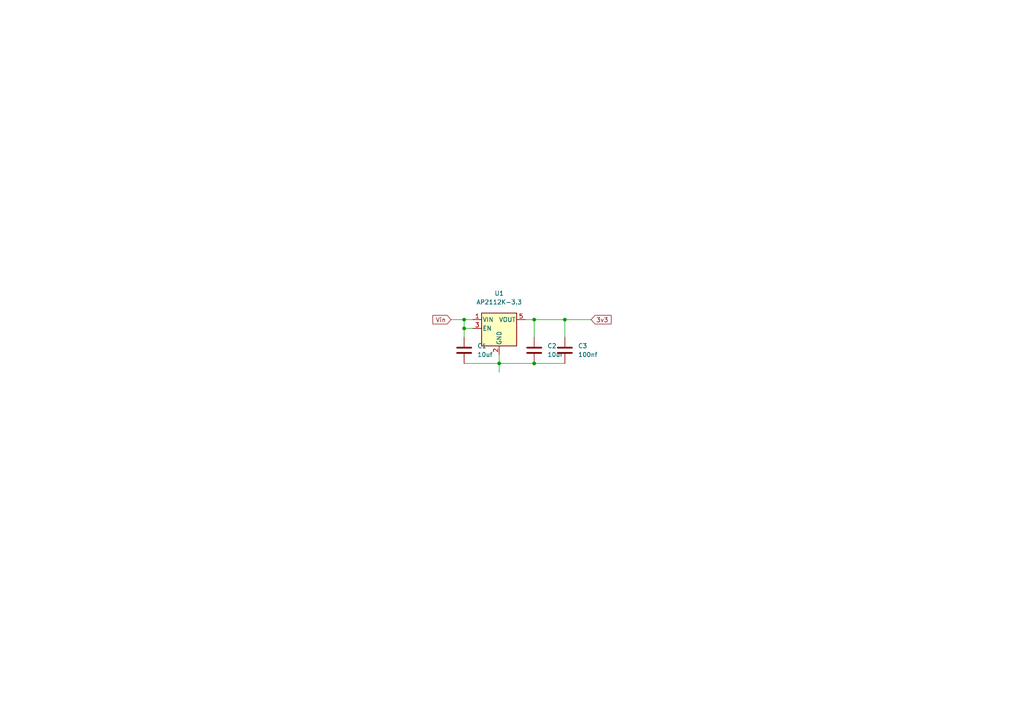
<source format=kicad_sch>
(kicad_sch (version 20211123) (generator eeschema)
  (paper "A4")
  (lib_symbols
    (symbol "Device:C" (pin_numbers hide) (pin_names (offset 0.254))
      (property "Reference" "C" (at 0.635 2.54 0))
      (property "Value" "C" (at 0.635 -2.54 0))
      (symbol "C_0_1"
        (polyline (pts (xy -2.032 -0.762) (xy 2.032 -0.762)) (stroke (width 0.508)))
        (polyline (pts (xy -2.032 0.762) (xy 2.032 0.762)) (stroke (width 0.508)))
      )
      (symbol "C_1_1"
        (pin passive line (at 0 3.81 270) (length 2.794) (name "~") (number "1"))
        (pin passive line (at 0 -3.81 90) (length 2.794) (name "~") (number "2"))
      )
    )
    (symbol "Regulator_Linear:AP2112K-3.3" (pin_names (offset 0.254))
      (property "Reference" "U" (at -5.08 5.715 0))
      (property "Value" "AP2112K-3.3" (at 0 5.715 0))
      (symbol "AP2112K-3.3_0_1"
        (rectangle (start -5.08 4.445) (end 5.08 -5.08) (stroke (width 0.254)) (fill (type background)))
      )
      (symbol "AP2112K-3.3_1_1"
        (pin power_in line (at -7.62 2.54 0) (length 2.54) (name "VIN") (number "1"))
        (pin power_in line (at 0 -7.62 90) (length 2.54) (name "GND") (number "2"))
        (pin input line (at -7.62 0 0) (length 2.54) (name "EN") (number "3"))
        (pin no_connect line (at 5.08 0 180) (length 2.54) hide (name "NC") (number "4"))
        (pin power_out line (at 7.62 2.54 180) (length 2.54) (name "VOUT") (number "5"))
      )
    )
  )
  (junction (at 134.62 92.71))
  (junction (at 163.83 92.71))
  (junction (at 144.78 105.41))
  (junction (at 154.94 92.71))
  (junction (at 134.62 95.25))
  (junction (at 154.94 105.41))
  (wire (pts (xy 154.94 92.71) (xy 163.83 92.71)))
  (wire (pts (xy 163.83 92.71) (xy 163.83 97.79)))
  (wire (pts (xy 134.62 105.41) (xy 144.78 105.41)))
  (wire (pts (xy 134.62 95.25) (xy 134.62 92.71)))
  (wire (pts (xy 144.78 102.87) (xy 144.78 105.41)))
  (wire (pts (xy 163.83 92.71) (xy 171.45 92.71)))
  (wire (pts (xy 134.62 95.25) (xy 134.62 97.79)))
  (wire (pts (xy 144.78 105.41) (xy 154.94 105.41)))
  (wire (pts (xy 144.78 105.41) (xy 144.78 107.95)))
  (wire (pts (xy 130.81 92.71) (xy 134.62 92.71)))
  (wire (pts (xy 152.4 92.71) (xy 154.94 92.71)))
  (wire (pts (xy 154.94 105.41) (xy 163.83 105.41)))
  (wire (pts (xy 154.94 92.71) (xy 154.94 97.79)))
  (wire (pts (xy 134.62 92.71) (xy 137.16 92.71)))
  (wire (pts (xy 137.16 95.25) (xy 134.62 95.25)))
  (global_label "Vin" (shape input) (at 130.81 92.71 180) (property "Intersheet References" "${INTERSHEET_REFS}" (effects hide)))
  (global_label "3v3" (shape input) (at 171.45 92.71 0) (property "Intersheet References" "${INTERSHEET_REFS}" (effects hide)))
  (symbol (lib_id "Device:C") (at 163.83 101.6 0) (unit 1)
    (property "Reference" "C3" (at 167.64 100.3299 0) (effects (justify left)))
    (property "Value" "100nf" (at 167.64 102.8699 0) (effects (justify left)))
    (property "Footprint" "Capacitor_SMD:C_0603_1608Metric" (effects hide))
  )
  (symbol (lib_id "Device:C") (at 134.62 101.6 0) (unit 1)
    (property "Reference" "C1" (at 138.43 100.3299 0) (effects (justify left)))
    (property "Value" "10uf" (at 138.43 102.8699 0) (effects (justify left)))
    (property "Footprint" "Capacitor_SMD:C_0805_2012Metric" (effects hide))
  )
  (symbol (lib_id "Device:C") (at 154.94 101.6 0) (unit 1)
    (property "Reference" "C2" (at 158.75 100.3299 0) (effects (justify left)))
    (property "Value" "10uf" (at 158.75 102.8699 0) (effects (justify left)))
    (property "Footprint" "Capacitor_SMD:C_0805_2012Metric" (effects hide))
  )
  (symbol (lib_id "Regulator_Linear:AP2112K-3.3") (at 144.78 95.25 0) (unit 1)
    (property "Reference" "U1" (at 144.78 85.09 0))
    (property "Value" "AP2112K-3.3" (at 144.78 87.63 0))
    (property "Footprint" "Package_TO_SOT_SMD:SOT-23-5" (effects hide))
    (property "Datasheet" "https://www.diodes.com/assets/Datasheets/AP2112.pdf" (effects hide))
  )
)
</source>
